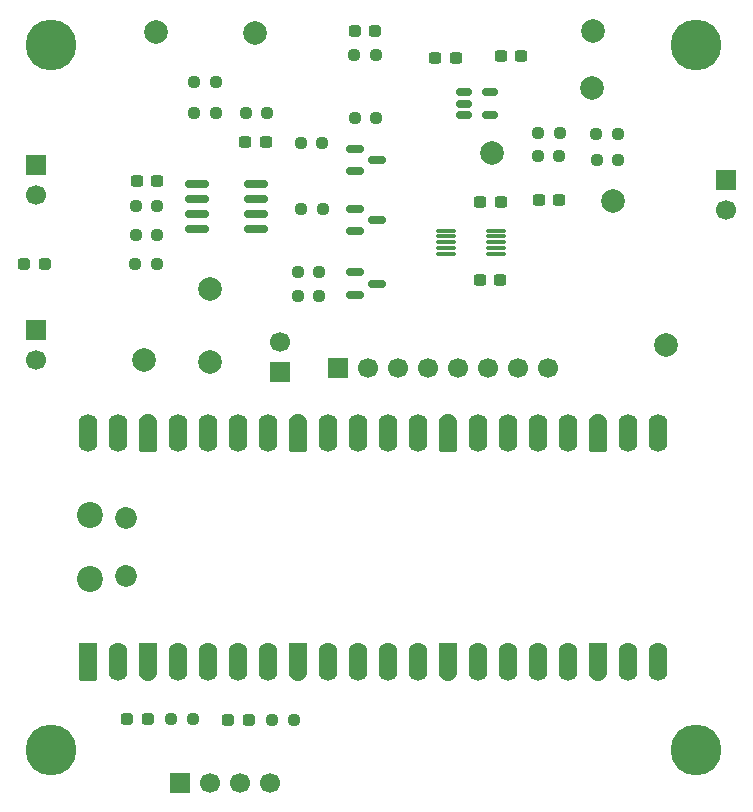
<source format=gbr>
%TF.GenerationSoftware,KiCad,Pcbnew,9.0.2-9.0.2-0~ubuntu24.04.1*%
%TF.CreationDate,2025-05-09T12:29:09-04:00*%
%TF.ProjectId,vreg-dac-lt3014,76726567-2d64-4616-932d-6c7433303134,rev?*%
%TF.SameCoordinates,Original*%
%TF.FileFunction,Soldermask,Top*%
%TF.FilePolarity,Negative*%
%FSLAX46Y46*%
G04 Gerber Fmt 4.6, Leading zero omitted, Abs format (unit mm)*
G04 Created by KiCad (PCBNEW 9.0.2-9.0.2-0~ubuntu24.04.1) date 2025-05-09 12:29:09*
%MOMM*%
%LPD*%
G01*
G04 APERTURE LIST*
G04 Aperture macros list*
%AMRoundRect*
0 Rectangle with rounded corners*
0 $1 Rounding radius*
0 $2 $3 $4 $5 $6 $7 $8 $9 X,Y pos of 4 corners*
0 Add a 4 corners polygon primitive as box body*
4,1,4,$2,$3,$4,$5,$6,$7,$8,$9,$2,$3,0*
0 Add four circle primitives for the rounded corners*
1,1,$1+$1,$2,$3*
1,1,$1+$1,$4,$5*
1,1,$1+$1,$6,$7*
1,1,$1+$1,$8,$9*
0 Add four rect primitives between the rounded corners*
20,1,$1+$1,$2,$3,$4,$5,0*
20,1,$1+$1,$4,$5,$6,$7,0*
20,1,$1+$1,$6,$7,$8,$9,0*
20,1,$1+$1,$8,$9,$2,$3,0*%
%AMFreePoly0*
4,1,37,0.800000,0.796148,0.878414,0.796148,1.032228,0.765552,1.177117,0.705537,1.307515,0.618408,1.418408,0.507515,1.505537,0.377117,1.565552,0.232228,1.596148,0.078414,1.596148,-0.078414,1.565552,-0.232228,1.505537,-0.377117,1.418408,-0.507515,1.307515,-0.618408,1.177117,-0.705537,1.032228,-0.765552,0.878414,-0.796148,0.800000,-0.796148,0.800000,-0.800000,-1.400000,-0.800000,
-1.403843,-0.796157,-1.439018,-0.796157,-1.511114,-0.766294,-1.566294,-0.711114,-1.596157,-0.639018,-1.596157,-0.603843,-1.600000,-0.600000,-1.600000,0.600000,-1.596157,0.603843,-1.596157,0.639018,-1.566294,0.711114,-1.511114,0.766294,-1.439018,0.796157,-1.403843,0.796157,-1.400000,0.800000,0.800000,0.800000,0.800000,0.796148,0.800000,0.796148,$1*%
%AMFreePoly1*
4,1,37,1.403843,0.796157,1.439018,0.796157,1.511114,0.766294,1.566294,0.711114,1.596157,0.639018,1.596157,0.603843,1.600000,0.600000,1.600000,-0.600000,1.596157,-0.603843,1.596157,-0.639018,1.566294,-0.711114,1.511114,-0.766294,1.439018,-0.796157,1.403843,-0.796157,1.400000,-0.800000,-0.800000,-0.800000,-0.800000,-0.796148,-0.878414,-0.796148,-1.032228,-0.765552,-1.177117,-0.705537,
-1.307515,-0.618408,-1.418408,-0.507515,-1.505537,-0.377117,-1.565552,-0.232228,-1.596148,-0.078414,-1.596148,0.078414,-1.565552,0.232228,-1.505537,0.377117,-1.418408,0.507515,-1.307515,0.618408,-1.177117,0.705537,-1.032228,0.765552,-0.878414,0.796148,-0.800000,0.796148,-0.800000,0.800000,1.400000,0.800000,1.403843,0.796157,1.403843,0.796157,$1*%
%AMFreePoly2*
4,1,37,0.603843,0.796157,0.639018,0.796157,0.711114,0.766294,0.766294,0.711114,0.796157,0.639018,0.796157,0.603843,0.800000,0.600000,0.800000,-0.600000,0.796157,-0.603843,0.796157,-0.639018,0.766294,-0.711114,0.711114,-0.766294,0.639018,-0.796157,0.603843,-0.796157,0.600000,-0.800000,0.000000,-0.800000,0.000000,-0.796148,-0.078414,-0.796148,-0.232228,-0.765552,-0.377117,-0.705537,
-0.507515,-0.618408,-0.618408,-0.507515,-0.705537,-0.377117,-0.765552,-0.232228,-0.796148,-0.078414,-0.796148,0.078414,-0.765552,0.232228,-0.705537,0.377117,-0.618408,0.507515,-0.507515,0.618408,-0.377117,0.705537,-0.232228,0.765552,-0.078414,0.796148,0.000000,0.796148,0.000000,0.800000,0.600000,0.800000,0.603843,0.796157,0.603843,0.796157,$1*%
%AMFreePoly3*
4,1,37,0.000000,0.796148,0.078414,0.796148,0.232228,0.765552,0.377117,0.705537,0.507515,0.618408,0.618408,0.507515,0.705537,0.377117,0.765552,0.232228,0.796148,0.078414,0.796148,-0.078414,0.765552,-0.232228,0.705537,-0.377117,0.618408,-0.507515,0.507515,-0.618408,0.377117,-0.705537,0.232228,-0.765552,0.078414,-0.796148,0.000000,-0.796148,0.000000,-0.800000,-0.600000,-0.800000,
-0.603843,-0.796157,-0.639018,-0.796157,-0.711114,-0.766294,-0.766294,-0.711114,-0.796157,-0.639018,-0.796157,-0.603843,-0.800000,-0.600000,-0.800000,0.600000,-0.796157,0.603843,-0.796157,0.639018,-0.766294,0.711114,-0.711114,0.766294,-0.639018,0.796157,-0.603843,0.796157,-0.600000,0.800000,0.000000,0.800000,0.000000,0.796148,0.000000,0.796148,$1*%
G04 Aperture macros list end*
%ADD10RoundRect,0.150000X-0.587500X-0.150000X0.587500X-0.150000X0.587500X0.150000X-0.587500X0.150000X0*%
%ADD11C,2.000000*%
%ADD12RoundRect,0.237500X-0.300000X-0.237500X0.300000X-0.237500X0.300000X0.237500X-0.300000X0.237500X0*%
%ADD13RoundRect,0.237500X0.250000X0.237500X-0.250000X0.237500X-0.250000X-0.237500X0.250000X-0.237500X0*%
%ADD14RoundRect,0.237500X-0.250000X-0.237500X0.250000X-0.237500X0.250000X0.237500X-0.250000X0.237500X0*%
%ADD15RoundRect,0.237500X0.300000X0.237500X-0.300000X0.237500X-0.300000X-0.237500X0.300000X-0.237500X0*%
%ADD16RoundRect,0.237500X-0.287500X-0.237500X0.287500X-0.237500X0.287500X0.237500X-0.287500X0.237500X0*%
%ADD17R,1.700000X1.700000*%
%ADD18C,1.700000*%
%ADD19RoundRect,0.150000X-0.825000X-0.150000X0.825000X-0.150000X0.825000X0.150000X-0.825000X0.150000X0*%
%ADD20C,4.300000*%
%ADD21RoundRect,0.150000X-0.512500X-0.150000X0.512500X-0.150000X0.512500X0.150000X-0.512500X0.150000X0*%
%ADD22C,2.200000*%
%ADD23C,1.850000*%
%ADD24FreePoly0,90.000000*%
%ADD25RoundRect,0.200000X0.600000X-0.600000X0.600000X0.600000X-0.600000X0.600000X-0.600000X-0.600000X0*%
%ADD26RoundRect,0.800000X0.000010X-0.800000X0.000010X0.800000X-0.000010X0.800000X-0.000010X-0.800000X0*%
%ADD27C,1.600000*%
%ADD28FreePoly1,90.000000*%
%ADD29FreePoly2,90.000000*%
%ADD30FreePoly3,90.000000*%
%ADD31RoundRect,0.087500X0.725000X0.087500X-0.725000X0.087500X-0.725000X-0.087500X0.725000X-0.087500X0*%
G04 APERTURE END LIST*
D10*
%TO.C,Q5*%
X113390200Y-67543600D03*
X113390200Y-69443600D03*
X115265200Y-68493600D03*
%TD*%
%TO.C,Q3*%
X113390200Y-57063600D03*
X113390200Y-58963600D03*
X115265200Y-58013600D03*
%TD*%
%TO.C,Q4*%
X113390200Y-62143600D03*
X113390200Y-64043600D03*
X115265200Y-63093600D03*
%TD*%
D11*
%TO.C,TP7*%
X101092000Y-75133200D03*
%TD*%
D12*
%TO.C,C8*%
X128932700Y-61442600D03*
X130657700Y-61442600D03*
%TD*%
D13*
%TO.C,R14*%
X105971100Y-54051200D03*
X104146100Y-54051200D03*
%TD*%
D14*
%TO.C,R9*%
X133838700Y-55854600D03*
X135663700Y-55854600D03*
%TD*%
D15*
%TO.C,C4*%
X121921200Y-49377600D03*
X120196200Y-49377600D03*
%TD*%
D16*
%TO.C,D1*%
X113374200Y-47091600D03*
X115124200Y-47091600D03*
%TD*%
D17*
%TO.C,J3*%
X86360000Y-72385000D03*
D18*
X86360000Y-74925000D03*
%TD*%
D14*
%TO.C,R3*%
X128881500Y-57658000D03*
X130706500Y-57658000D03*
%TD*%
D17*
%TO.C,J2*%
X86360000Y-58420000D03*
D18*
X86360000Y-60960000D03*
%TD*%
D15*
%TO.C,C5*%
X127482700Y-49250600D03*
X125757700Y-49250600D03*
%TD*%
D13*
%TO.C,R10*%
X135687200Y-58013600D03*
X133862200Y-58013600D03*
%TD*%
D14*
%TO.C,R4*%
X108815500Y-56591200D03*
X110640500Y-56591200D03*
%TD*%
D12*
%TO.C,C10*%
X104094500Y-56489600D03*
X105819500Y-56489600D03*
%TD*%
D13*
%TO.C,R13*%
X101627700Y-54051200D03*
X99802700Y-54051200D03*
%TD*%
D14*
%TO.C,R16*%
X108563400Y-69545200D03*
X110388400Y-69545200D03*
%TD*%
D16*
%TO.C,D3*%
X94121000Y-105359200D03*
X95871000Y-105359200D03*
%TD*%
D11*
%TO.C,TP4*%
X133504700Y-47091600D03*
%TD*%
D16*
%TO.C,D2*%
X85383400Y-66802000D03*
X87133400Y-66802000D03*
%TD*%
D13*
%TO.C,R15*%
X110386500Y-67513200D03*
X108561500Y-67513200D03*
%TD*%
D19*
%TO.C,U3*%
X100041700Y-60045600D03*
X100041700Y-61315600D03*
X100041700Y-62585600D03*
X100041700Y-63855600D03*
X104991700Y-63855600D03*
X104991700Y-62585600D03*
X104991700Y-61315600D03*
X104991700Y-60045600D03*
%TD*%
D13*
%TO.C,R7*%
X110644700Y-62204600D03*
X108819700Y-62204600D03*
%TD*%
D17*
%TO.C,J5*%
X98552000Y-110744000D03*
D18*
X101092000Y-110744000D03*
X103632000Y-110744000D03*
X106172000Y-110744000D03*
%TD*%
D13*
%TO.C,R17*%
X99667700Y-105359200D03*
X97842700Y-105359200D03*
%TD*%
%TO.C,R18*%
X108227500Y-105410000D03*
X106402500Y-105410000D03*
%TD*%
D20*
%TO.C,H3*%
X87630000Y-107950000D03*
%TD*%
D21*
%TO.C,U1*%
X122582700Y-52303600D03*
X122582700Y-53253600D03*
X122582700Y-54203600D03*
X124857700Y-54203600D03*
X124857700Y-52303600D03*
%TD*%
D11*
%TO.C,TP10*%
X139700000Y-73660000D03*
%TD*%
D14*
%TO.C,R8*%
X94794700Y-66852800D03*
X96619700Y-66852800D03*
%TD*%
D13*
%TO.C,R2*%
X130710700Y-55727600D03*
X128885700Y-55727600D03*
%TD*%
D17*
%TO.C,JP1*%
X107061000Y-75946000D03*
D18*
X107061000Y-73406000D03*
%TD*%
D20*
%TO.C,H2*%
X142240000Y-48260000D03*
%TD*%
D14*
%TO.C,R12*%
X94847400Y-64414400D03*
X96672400Y-64414400D03*
%TD*%
%TO.C,R1*%
X99802700Y-51384200D03*
X101627700Y-51384200D03*
%TD*%
D20*
%TO.C,H1*%
X87630000Y-48260000D03*
%TD*%
D11*
%TO.C,TP9*%
X95554800Y-74930000D03*
%TD*%
D14*
%TO.C,R6*%
X113338600Y-49149000D03*
X115163600Y-49149000D03*
%TD*%
D13*
%TO.C,R11*%
X96672400Y-61925200D03*
X94847400Y-61925200D03*
%TD*%
D15*
%TO.C,C6*%
X125704700Y-68173600D03*
X123979700Y-68173600D03*
%TD*%
D16*
%TO.C,D4*%
X102630000Y-105410000D03*
X104380000Y-105410000D03*
%TD*%
D12*
%TO.C,C7*%
X124006200Y-61569600D03*
X125731200Y-61569600D03*
%TD*%
D11*
%TO.C,TP1*%
X135280400Y-61518800D03*
%TD*%
%TO.C,TP3*%
X104902000Y-47244000D03*
%TD*%
D15*
%TO.C,C9*%
X96622800Y-59766200D03*
X94897800Y-59766200D03*
%TD*%
D22*
%TO.C,A1*%
X90935000Y-93530000D03*
D23*
X93965000Y-93230000D03*
X93965000Y-88380000D03*
D22*
X90935000Y-88080000D03*
D24*
X90805000Y-100495000D03*
D25*
X90805000Y-99695000D03*
D26*
X93345000Y-100495000D03*
D27*
X93345000Y-99695000D03*
D28*
X95885000Y-100495000D03*
D29*
X95885000Y-99695000D03*
D26*
X98425000Y-100495000D03*
D27*
X98425000Y-99695000D03*
D26*
X100965000Y-100495000D03*
D27*
X100965000Y-99695000D03*
D26*
X103505000Y-100495000D03*
D27*
X103505000Y-99695000D03*
D26*
X106045000Y-100495000D03*
D27*
X106045000Y-99695000D03*
D28*
X108585000Y-100495000D03*
D29*
X108585000Y-99695000D03*
D26*
X111125000Y-100495000D03*
D27*
X111125000Y-99695000D03*
D26*
X113665000Y-100495000D03*
D27*
X113665000Y-99695000D03*
D26*
X116205000Y-100495000D03*
D27*
X116205000Y-99695000D03*
D26*
X118745000Y-100495000D03*
D27*
X118745000Y-99695000D03*
D28*
X121285000Y-100495000D03*
D29*
X121285000Y-99695000D03*
D26*
X123825000Y-100495000D03*
D27*
X123825000Y-99695000D03*
D26*
X126365000Y-100495000D03*
D27*
X126365000Y-99695000D03*
D26*
X128905000Y-100495000D03*
D27*
X128905000Y-99695000D03*
D26*
X131445000Y-100495000D03*
D27*
X131445000Y-99695000D03*
D28*
X133985000Y-100495000D03*
D29*
X133985000Y-99695000D03*
D26*
X136525000Y-100495000D03*
D27*
X136525000Y-99695000D03*
D26*
X139065000Y-100495000D03*
D27*
X139065000Y-99695000D03*
X139065000Y-81915000D03*
D26*
X139065000Y-81115000D03*
D27*
X136525000Y-81915000D03*
D26*
X136525000Y-81115000D03*
D30*
X133985000Y-81915000D03*
D24*
X133985000Y-81115000D03*
D27*
X131445000Y-81915000D03*
D26*
X131445000Y-81115000D03*
D27*
X128905000Y-81915000D03*
D26*
X128905000Y-81115000D03*
D27*
X126365000Y-81915000D03*
D26*
X126365000Y-81115000D03*
D27*
X123825000Y-81915000D03*
D26*
X123825000Y-81115000D03*
D30*
X121285000Y-81915000D03*
D24*
X121285000Y-81115000D03*
D27*
X118745000Y-81915000D03*
D26*
X118745000Y-81115000D03*
D27*
X116205000Y-81915000D03*
D26*
X116205000Y-81115000D03*
D27*
X113665000Y-81915000D03*
D26*
X113665000Y-81115000D03*
D27*
X111125000Y-81915000D03*
D26*
X111125000Y-81115000D03*
D30*
X108585000Y-81915000D03*
D24*
X108585000Y-81115000D03*
D27*
X106045000Y-81915000D03*
D26*
X106045000Y-81115000D03*
D27*
X103505000Y-81915000D03*
D26*
X103505000Y-81115000D03*
D27*
X100965000Y-81915000D03*
D26*
X100965000Y-81115000D03*
D27*
X98425000Y-81915000D03*
D26*
X98425000Y-81115000D03*
D30*
X95885000Y-81915000D03*
D24*
X95885000Y-81115000D03*
D27*
X93345000Y-81915000D03*
D26*
X93345000Y-81115000D03*
D27*
X90805000Y-81915000D03*
D26*
X90805000Y-81115000D03*
%TD*%
D20*
%TO.C,H4*%
X142240000Y-107950000D03*
%TD*%
D11*
%TO.C,TP8*%
X101092000Y-68986400D03*
%TD*%
D31*
%TO.C,U4*%
X125330200Y-65998600D03*
X125330200Y-65498600D03*
X125330200Y-64998600D03*
X125330200Y-64498600D03*
X125330200Y-63998600D03*
X121105200Y-63998600D03*
X121105200Y-64498600D03*
X121105200Y-64998600D03*
X121105200Y-65498600D03*
X121105200Y-65998600D03*
%TD*%
D11*
%TO.C,TP5*%
X96547700Y-47218600D03*
%TD*%
D17*
%TO.C,J4*%
X111963200Y-75641200D03*
D18*
X114503200Y-75641200D03*
X117043200Y-75641200D03*
X119583200Y-75641200D03*
X122123200Y-75641200D03*
X124663200Y-75641200D03*
X127203200Y-75641200D03*
X129743200Y-75641200D03*
%TD*%
D11*
%TO.C,TP2*%
X124968000Y-57404000D03*
%TD*%
D17*
%TO.C,J1*%
X144780000Y-59690000D03*
D18*
X144780000Y-62230000D03*
%TD*%
D14*
%TO.C,R5*%
X113387500Y-54483000D03*
X115212500Y-54483000D03*
%TD*%
D11*
%TO.C,TP6*%
X133502400Y-51917600D03*
%TD*%
M02*

</source>
